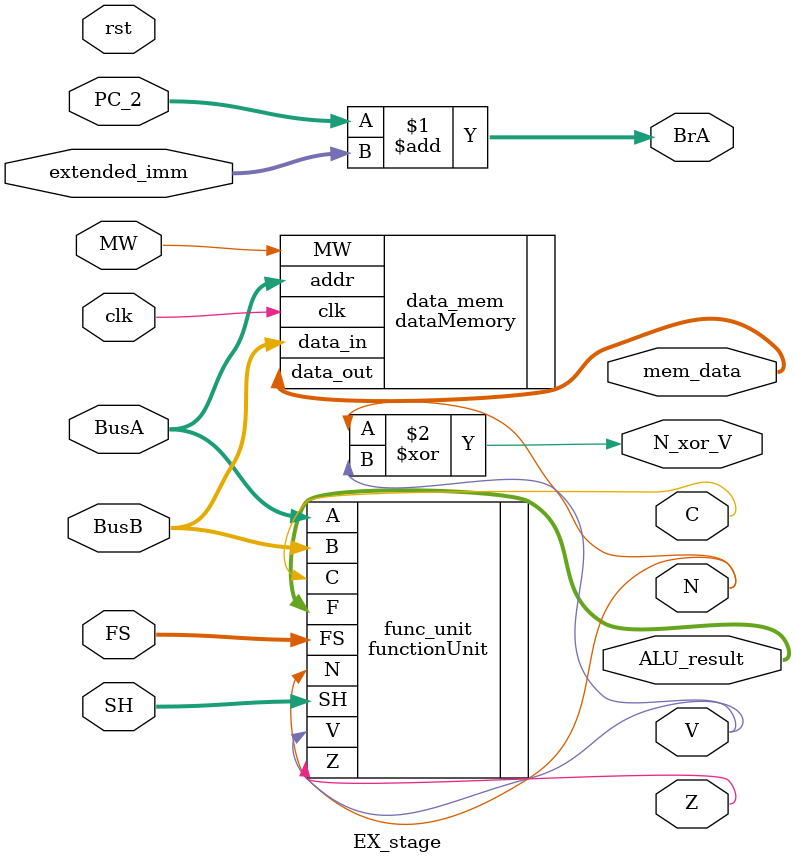
<source format=v>
module EX_stage(
    input wire clk,                  // System clock signal for synchronizing data memory operations
    input wire rst,                  // Active-high reset signal to initialize components
    // Data inputs
    input wire [31:0] BusA,         // First ALU operand from DOF stage (register A, or PC+1 for jump-and-link)
    input wire [31:0] BusB,         // Second ALU operand from DOF stage (register B or immediate value)
    input wire [31:0] extended_imm, // Sign/zero-extended immediate value from DOF stage (for branch address calculation)
    input wire [31:0] PC_2,         // PC+1 value from pipeline register in top module (for branch target calculation)
    input wire [4:0] SH,            // Shift amount field for barrel shifter operations (LSL, LSR instructions)
    // Control inputs
    input wire [4:0] FS,            // Function Select code that determines ALU operation
    input wire MW,                  // Memory Write control signal - enables writing to data memory when high
    // Outputs
    output wire [31:0] ALU_result,  // Result of ALU operation (used for register writes and memory addressing)
    output wire [31:0] mem_data,    // Data read from memory at address BusA (for load instructions)
    output wire [31:0] BrA,         // Calculated branch address (PC_2 + extended_imm) for branch instructions
    output wire N_xor_V,            // N XOR V condition for SLT (Set Less Than) instruction 
    output wire Z,                  // Zero flag - set when ALU result is zero
    output wire V,                  // Overflow flag - set when arithmetic operation causes signed overflow
    output wire N,                  // Negative flag - set when ALU result is negative (MSB=1)
    output wire C                   // Carry flag - set when arithmetic operation produces a carry-out
);
    /*
     * Execute (EX) Stage - Third stage of 4-stage RISC CPU pipeline
     *
     * Purpose and Operation:
     * ---------------------
     * The EX stage performs three critical functions:
     * 1. ALU Computation - Executes arithmetic and logical operations based on FS code
     * 2. Memory Access - Performs load/store operations on data memory
     * 3. Branch Target Calculation - Computes target addresses for branch/jump instructions
     *
     * This stage receives operands from the DOF stage and produces:
     * - Computation results for register write operations
     * - Memory data for load operations
     * - Condition flags for branch decisions
     * - Branch target addresses for the IF stage
     *
     * Key Components:
     * --------------
     * 1. Function Unit - The ALU that performs computation and sets flags
     * 2. Data Memory - Provides read/write access to data memory
     * 3. Branch Address Calculator - Computes branch targets for conditional branches
     *
     * The N⊕V signal is specifically for the SLT (Set Less Than) instruction,
     * which sets a register to 1 if the first operand is less than the second
     * when interpreted as signed values.
     */

    // Branch address calculation - Add PC_2 and extended immediate for branch target
    // For conditional branches (BZ/BNZ), PC-relative addressing is implemented
    // by adding the sign-extended immediate to PC+1 from IF stage (behind by 2 cycles, IF and DOF)
    assign BrA = PC_2 + extended_imm;
    
    // N XOR V calculation for signed comparison (SLT instruction)
    // When N and V are different, it indicates the result is negative after accounting for overflow
    // This allows for correct signed less-than comparisons
    assign N_xor_V = N ^ V;

    // Function Unit (ALU) - Performs the specified operation and sets condition flags
    // Operations are determined by the FS (Function Select) control signal
    functionUnit func_unit(
        .A(BusA),               // First operand - from register A or PC+1
        .B(BusB),               // Second operand - from register B or immediate value
        .FS(FS),                // Function Select code - determines operation type
        .SH(SH),                // Shift amount - for barrel shifter operations
        .F(ALU_result),         // ALU result output - computation result
        .Z(Z),                  // Zero flag output - set when result is zero
        .V(V),                  // Overflow flag output - set when signed overflow occurs
        .N(N),                  // Negative flag output - set when result is negative
        .C(C)                   // Carry flag output - set when carry/borrow occurs
    );
    
    // Data Memory - Provides data storage and retrieval capabilities
    // Synchronous writes (on rising clock edge) and asynchronous reads
    dataMemory data_mem(
        .clk(clk),              // Clock input - writes occur on rising edge
        .addr(BusA),            // Memory address - from register A
        .data_in(BusB),         // Write data - from register B
        .data_out(mem_data),    // Read data output - for load instructions
        .MW(MW)                 // Memory Write control - enables writing when high
    );

endmodule 
</source>
